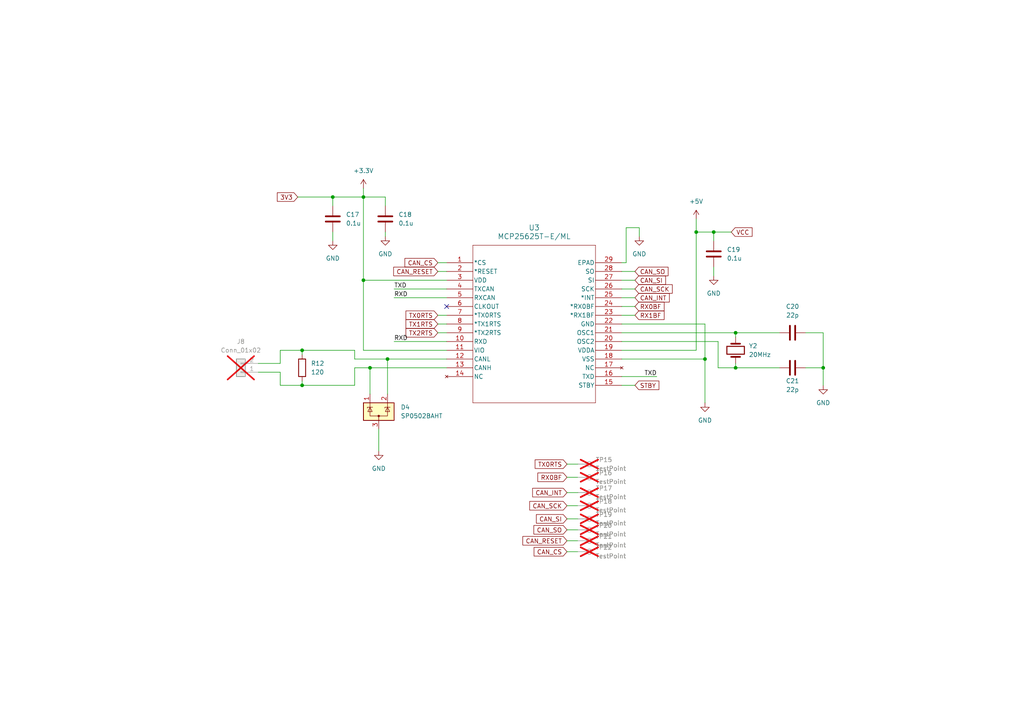
<source format=kicad_sch>
(kicad_sch (version 20231120) (generator "eeschema") (generator_version "8.0")
  (paper "A4")
  (lib_symbols
    (symbol "Connector:TestPoint" (pin_numbers hide) (pin_names (offset 0.762) hide)
      (property "Reference" "TP" (at 0 6.858 0))
      (property "Value" "TestPoint" (at 0 5.08 0))
      (symbol "TestPoint_0_1"
        (circle (center 0 3.302) (radius 0.762))
      )
      (symbol "TestPoint_1_1"
        (pin passive line (at 0 0 90) (length 2.54) (name "1") (number "1"))
      )
    )
    (symbol "Connector_Generic:Conn_01x02" (pin_names (offset 1.016) hide)
      (property "Reference" "J" (at 0 2.54 0))
      (property "Value" "Conn_01x02" (at 0 -5.08 0))
      (symbol "Conn_01x02_1_1"
        (rectangle (start -1.27 -2.413) (end 0 -2.667) (stroke (width 0.1524)))
        (rectangle (start -1.27 0.127) (end 0 -0.127) (stroke (width 0.1524)))
        (rectangle (start -1.27 1.27) (end 1.27 -3.81) (stroke (width 0.254)) (fill (type background)))
        (pin passive line (at -5.08 0 0) (length 3.81) (name "Pin_1") (number "1"))
        (pin passive line (at -5.08 -2.54 0) (length 3.81) (name "Pin_2") (number "2"))
      )
    )
    (symbol "Device:C" (pin_numbers hide) (pin_names (offset 0.254))
      (property "Reference" "C" (at 0.635 2.54 0))
      (property "Value" "C" (at 0.635 -2.54 0))
      (symbol "C_0_1"
        (polyline (pts (xy -2.032 -0.762) (xy 2.032 -0.762)) (stroke (width 0.508)))
        (polyline (pts (xy -2.032 0.762) (xy 2.032 0.762)) (stroke (width 0.508)))
      )
      (symbol "C_1_1"
        (pin passive line (at 0 3.81 270) (length 2.794) (name "~") (number "1"))
        (pin passive line (at 0 -3.81 90) (length 2.794) (name "~") (number "2"))
      )
    )
    (symbol "Device:Crystal" (pin_numbers hide) (pin_names (offset 1.016) hide)
      (property "Reference" "Y" (at 0 3.81 0))
      (property "Value" "Crystal" (at 0 -3.81 0))
      (symbol "Crystal_0_1"
        (rectangle (start -1.143 2.54) (end 1.143 -2.54) (stroke (width 0.3048)))
        (polyline (pts (xy -2.54 0) (xy -1.905 0)))
        (polyline (pts (xy -1.905 -1.27) (xy -1.905 1.27)) (stroke (width 0.508)))
        (polyline (pts (xy 1.905 -1.27) (xy 1.905 1.27)) (stroke (width 0.508)))
        (polyline (pts (xy 2.54 0) (xy 1.905 0)))
      )
      (symbol "Crystal_1_1"
        (pin passive line (at -3.81 0 0) (length 1.27) (name "1") (number "1"))
        (pin passive line (at 3.81 0 180) (length 1.27) (name "2") (number "2"))
      )
    )
    (symbol "Device:R" (pin_numbers hide) (pin_names (offset 0))
      (property "Reference" "R" (at 2.032 0 90))
      (property "Value" "R" (at 0 0 90))
      (symbol "R_0_1"
        (rectangle (start -1.016 -2.54) (end 1.016 2.54) (stroke (width 0.254)))
      )
      (symbol "R_1_1"
        (pin passive line (at 0 3.81 270) (length 1.27) (name "~") (number "1"))
        (pin passive line (at 0 -3.81 90) (length 1.27) (name "~") (number "2"))
      )
    )
    (symbol "General:MCP25625T-E_ML" (pin_names (offset 0.254))
      (property "Reference" "U" (at 25.4 10.16 0))
      (property "Value" "MCP25625T-E/ML" (at 25.4 7.62 0))
      (symbol "MCP25625T-E_ML_1_1"
        (polyline (pts (xy 7.62 -40.64) (xy 43.18 -40.64)) (stroke (width 0.127)))
        (polyline (pts (xy 7.62 5.08) (xy 7.62 -40.64)) (stroke (width 0.127)))
        (polyline (pts (xy 43.18 -40.64) (xy 43.18 5.08)) (stroke (width 0.127)))
        (polyline (pts (xy 43.18 5.08) (xy 7.62 5.08)) (stroke (width 0.127)))
        (pin input line (at 0 0 0) (length 7.62) (name "*CS") (number "1"))
        (pin output line (at 0 -22.86 0) (length 7.62) (name "RXD") (number "10"))
        (pin power_in line (at 0 -25.4 0) (length 7.62) (name "VIO") (number "11"))
        (pin bidirectional line (at 0 -27.94 0) (length 7.62) (name "CANL") (number "12"))
        (pin bidirectional line (at 0 -30.48 0) (length 7.62) (name "CANH") (number "13"))
        (pin no_connect line (at 0 -33.02 0) (length 7.62) (name "NC") (number "14"))
        (pin input line (at 50.8 -35.56 180) (length 7.62) (name "STBY") (number "15"))
        (pin input line (at 50.8 -33.02 180) (length 7.62) (name "TXD") (number "16"))
        (pin no_connect line (at 50.8 -30.48 180) (length 7.62) (name "NC") (number "17"))
        (pin power_in line (at 50.8 -27.94 180) (length 7.62) (name "VSS") (number "18"))
        (pin power_in line (at 50.8 -25.4 180) (length 7.62) (name "VDDA") (number "19"))
        (pin input line (at 0 -2.54 0) (length 7.62) (name "*RESET") (number "2"))
        (pin output line (at 50.8 -22.86 180) (length 7.62) (name "OSC2") (number "20"))
        (pin input line (at 50.8 -20.32 180) (length 7.62) (name "OSC1") (number "21"))
        (pin power_in line (at 50.8 -17.78 180) (length 7.62) (name "GND") (number "22"))
        (pin output line (at 50.8 -15.24 180) (length 7.62) (name "*RX1BF") (number "23"))
        (pin output line (at 50.8 -12.7 180) (length 7.62) (name "*RX0BF") (number "24"))
        (pin output line (at 50.8 -10.16 180) (length 7.62) (name "*INT") (number "25"))
        (pin input line (at 50.8 -7.62 180) (length 7.62) (name "SCK") (number "26"))
        (pin input line (at 50.8 -5.08 180) (length 7.62) (name "SI") (number "27"))
        (pin output line (at 50.8 -2.54 180) (length 7.62) (name "SO") (number "28"))
        (pin unspecified line (at 50.8 0 180) (length 7.62) (name "EPAD") (number "29"))
        (pin power_in line (at 0 -5.08 0) (length 7.62) (name "VDD") (number "3"))
        (pin output line (at 0 -7.62 0) (length 7.62) (name "TXCAN") (number "4"))
        (pin input line (at 0 -10.16 0) (length 7.62) (name "RXCAN") (number "5"))
        (pin output line (at 0 -12.7 0) (length 7.62) (name "CLKOUT") (number "6"))
        (pin input line (at 0 -15.24 0) (length 7.62) (name "*TX0RTS") (number "7"))
        (pin input line (at 0 -17.78 0) (length 7.62) (name "*TX1RTS") (number "8"))
        (pin input line (at 0 -20.32 0) (length 7.62) (name "*TX2RTS") (number "9"))
      )
    )
    (symbol "Power_Protection:SP0502BAHT" (pin_names hide)
      (property "Reference" "D" (at 5.715 2.54 0))
      (property "Value" "SP0502BAHT" (at 5.715 0.635 0))
      (symbol "SP0502BAHT_0_0"
        (pin passive line (at 0 -5.08 90) (length 2.54) (name "A") (number "3"))
      )
      (symbol "SP0502BAHT_0_1"
        (rectangle (start -4.445 2.54) (end 4.445 -2.54) (stroke (width 0.254)) (fill (type background)))
        (circle (center 0 -1.27) (radius 0.254) (fill (type outline)))
        (polyline (pts (xy -2.54 2.54) (xy -2.54 1.27)))
        (polyline (pts (xy 0 -1.27) (xy 0 -2.54)))
        (polyline (pts (xy 2.54 2.54) (xy 2.54 1.27)))
        (polyline (pts (xy -3.302 1.016) (xy -3.302 1.27) (xy -1.905 1.27) (xy -1.778 1.27)))
        (polyline (pts (xy -2.54 1.27) (xy -2.54 -1.27) (xy 2.54 -1.27) (xy 2.54 1.27)))
        (polyline (pts (xy -2.54 1.27) (xy -1.905 0) (xy -3.175 0) (xy -2.54 1.27)))
        (polyline (pts (xy 1.778 1.016) (xy 1.778 1.27) (xy 3.175 1.27) (xy 3.302 1.27)))
        (polyline (pts (xy 2.54 1.27) (xy 1.905 0) (xy 3.175 0) (xy 2.54 1.27)))
      )
      (symbol "SP0502BAHT_1_1"
        (pin passive line (at -2.54 5.08 270) (length 2.54) (name "K") (number "1"))
        (pin passive line (at 2.54 5.08 270) (length 2.54) (name "K") (number "2"))
      )
    )
    (symbol "power:+3.3V" (power) (pin_names (offset 0))
      (property "Value" "+3.3V" (at 0 3.556 0))
      (symbol "+3.3V_0_1"
        (polyline (pts (xy -0.762 1.27) (xy 0 2.54)))
        (polyline (pts (xy 0 0) (xy 0 2.54)))
        (polyline (pts (xy 0 2.54) (xy 0.762 1.27)))
      )
      (symbol "+3.3V_1_1"
        (pin power_in line (at 0 0 90) (length 0) hide (name "+3.3V") (number "1"))
      )
    )
    (symbol "power:+5V" (power) (pin_names (offset 0))
      (property "Value" "+5V" (at 0 3.556 0))
      (symbol "+5V_0_1"
        (polyline (pts (xy -0.762 1.27) (xy 0 2.54)))
        (polyline (pts (xy 0 0) (xy 0 2.54)))
        (polyline (pts (xy 0 2.54) (xy 0.762 1.27)))
      )
      (symbol "+5V_1_1"
        (pin power_in line (at 0 0 90) (length 0) hide (name "+5V") (number "1"))
      )
    )
    (symbol "power:GND" (power) (pin_names (offset 0))
      (property "Value" "GND" (at 0 -3.81 0))
      (symbol "GND_0_1"
        (polyline (pts (xy 0 0) (xy 0 -1.27) (xy 1.27 -1.27) (xy 0 -2.54) (xy -1.27 -1.27) (xy 0 -1.27)))
      )
      (symbol "GND_1_1"
        (pin power_in line (at 0 0 270) (length 0) hide (name "GND") (number "1"))
      )
    )
  )
  (junction (at 112.395 104.14))
  (junction (at 105.41 57.15))
  (junction (at 107.315 106.68))
  (junction (at 201.93 67.31))
  (junction (at 207.01 67.31))
  (junction (at 87.63 111.76))
  (junction (at 96.52 57.15))
  (junction (at 204.47 104.14))
  (junction (at 213.36 106.68))
  (junction (at 213.36 96.52))
  (junction (at 105.41 81.28))
  (junction (at 87.63 101.6))
  (junction (at 238.76 106.68))
  (no_connect (at 129.54 88.9))
  (wire (pts (xy 213.36 96.52) (xy 213.36 97.79)))
  (wire (pts (xy 207.01 77.47) (xy 207.01 80.01)))
  (wire (pts (xy 105.41 81.28) (xy 129.54 81.28)))
  (wire (pts (xy 96.52 59.69) (xy 96.52 57.15)))
  (wire (pts (xy 81.28 107.95) (xy 81.28 111.76)))
  (wire (pts (xy 208.28 99.06) (xy 208.28 106.68)))
  (wire (pts (xy 114.3 86.36) (xy 129.54 86.36)))
  (wire (pts (xy 81.28 105.41) (xy 81.28 101.6)))
  (wire (pts (xy 164.465 153.67) (xy 167.64 153.67)))
  (wire (pts (xy 181.61 76.2) (xy 181.61 66.04)))
  (wire (pts (xy 201.93 63.5) (xy 201.93 67.31)))
  (wire (pts (xy 180.34 96.52) (xy 213.36 96.52)))
  (wire (pts (xy 180.34 76.2) (xy 181.61 76.2)))
  (wire (pts (xy 111.76 67.31) (xy 111.76 68.58)))
  (wire (pts (xy 204.47 104.14) (xy 204.47 116.84)))
  (wire (pts (xy 102.87 111.76) (xy 102.87 106.68)))
  (wire (pts (xy 213.36 105.41) (xy 213.36 106.68)))
  (wire (pts (xy 180.34 81.28) (xy 184.15 81.28)))
  (wire (pts (xy 102.87 104.14) (xy 112.395 104.14)))
  (wire (pts (xy 87.63 111.76) (xy 102.87 111.76)))
  (wire (pts (xy 96.52 67.31) (xy 96.52 69.85)))
  (wire (pts (xy 181.61 66.04) (xy 185.42 66.04)))
  (wire (pts (xy 233.68 106.68) (xy 238.76 106.68)))
  (wire (pts (xy 164.465 134.62) (xy 167.64 134.62)))
  (wire (pts (xy 114.3 99.06) (xy 129.54 99.06)))
  (wire (pts (xy 164.465 142.875) (xy 167.64 142.875)))
  (wire (pts (xy 204.47 93.98) (xy 204.47 104.14)))
  (wire (pts (xy 81.28 101.6) (xy 87.63 101.6)))
  (wire (pts (xy 87.63 110.49) (xy 87.63 111.76)))
  (wire (pts (xy 74.93 105.41) (xy 81.28 105.41)))
  (wire (pts (xy 164.465 146.685) (xy 167.64 146.685)))
  (wire (pts (xy 81.28 111.76) (xy 87.63 111.76)))
  (wire (pts (xy 127 93.98) (xy 129.54 93.98)))
  (wire (pts (xy 180.34 109.22) (xy 190.5 109.22)))
  (wire (pts (xy 105.41 57.15) (xy 111.76 57.15)))
  (wire (pts (xy 238.76 106.68) (xy 238.76 111.76)))
  (wire (pts (xy 164.465 156.845) (xy 167.64 156.845)))
  (wire (pts (xy 107.315 106.68) (xy 107.315 114.3)))
  (wire (pts (xy 185.42 66.04) (xy 185.42 68.58)))
  (wire (pts (xy 180.34 93.98) (xy 204.47 93.98)))
  (wire (pts (xy 127 91.44) (xy 129.54 91.44)))
  (wire (pts (xy 233.68 96.52) (xy 238.76 96.52)))
  (wire (pts (xy 164.465 138.43) (xy 167.64 138.43)))
  (wire (pts (xy 207.01 69.85) (xy 207.01 67.31)))
  (wire (pts (xy 213.36 96.52) (xy 226.06 96.52)))
  (wire (pts (xy 207.01 67.31) (xy 212.09 67.31)))
  (wire (pts (xy 105.41 57.15) (xy 105.41 81.28)))
  (wire (pts (xy 74.93 107.95) (xy 81.28 107.95)))
  (wire (pts (xy 207.01 67.31) (xy 201.93 67.31)))
  (wire (pts (xy 87.63 101.6) (xy 102.87 101.6)))
  (wire (pts (xy 129.54 101.6) (xy 105.41 101.6)))
  (wire (pts (xy 208.28 106.68) (xy 213.36 106.68)))
  (wire (pts (xy 127 96.52) (xy 129.54 96.52)))
  (wire (pts (xy 180.34 104.14) (xy 204.47 104.14)))
  (wire (pts (xy 105.41 57.15) (xy 105.41 54.61)))
  (wire (pts (xy 164.465 150.495) (xy 167.64 150.495)))
  (wire (pts (xy 238.76 96.52) (xy 238.76 106.68)))
  (wire (pts (xy 102.87 106.68) (xy 107.315 106.68)))
  (wire (pts (xy 87.63 101.6) (xy 87.63 102.87)))
  (wire (pts (xy 112.395 104.14) (xy 112.395 114.3)))
  (wire (pts (xy 213.36 106.68) (xy 226.06 106.68)))
  (wire (pts (xy 180.34 83.82) (xy 184.15 83.82)))
  (wire (pts (xy 180.34 91.44) (xy 184.15 91.44)))
  (wire (pts (xy 180.34 99.06) (xy 208.28 99.06)))
  (wire (pts (xy 201.93 67.31) (xy 201.93 101.6)))
  (wire (pts (xy 107.315 106.68) (xy 129.54 106.68)))
  (wire (pts (xy 102.87 101.6) (xy 102.87 104.14)))
  (wire (pts (xy 111.76 59.69) (xy 111.76 57.15)))
  (wire (pts (xy 127 78.74) (xy 129.54 78.74)))
  (wire (pts (xy 180.34 88.9) (xy 184.15 88.9)))
  (wire (pts (xy 109.855 124.46) (xy 109.855 130.81)))
  (wire (pts (xy 105.41 81.28) (xy 105.41 101.6)))
  (wire (pts (xy 180.34 101.6) (xy 201.93 101.6)))
  (wire (pts (xy 114.3 83.82) (xy 129.54 83.82)))
  (wire (pts (xy 180.34 111.76) (xy 184.15 111.76)))
  (wire (pts (xy 127 76.2) (xy 129.54 76.2)))
  (wire (pts (xy 164.465 160.02) (xy 167.64 160.02)))
  (wire (pts (xy 96.52 57.15) (xy 105.41 57.15)))
  (wire (pts (xy 86.36 57.15) (xy 96.52 57.15)))
  (wire (pts (xy 180.34 78.74) (xy 184.15 78.74)))
  (wire (pts (xy 180.34 86.36) (xy 184.15 86.36)))
  (wire (pts (xy 112.395 104.14) (xy 129.54 104.14)))
  (label "TXD" (at 190.5 109.22 180))
  (label "TXD" (at 114.3 83.82 0))
  (label "RXD" (at 114.3 99.06 0))
  (label "RXD" (at 114.3 86.36 0))
  (global_label "TX1RTS" (shape input) (at 127 93.98 180) (property "Intersheetrefs" "${INTERSHEET_REFS}" (effects (hide yes))))
  (global_label "VCC" (shape input) (at 212.09 67.31 0) (property "Intersheetrefs" "${INTERSHEET_REFS}" (effects (hide yes))))
  (global_label "CAN_RESET" (shape input) (at 164.465 156.845 180) (property "Intersheetrefs" "${INTERSHEET_REFS}" (effects (hide yes))))
  (global_label "CAN_SO" (shape input) (at 164.465 153.67 180) (property "Intersheetrefs" "${INTERSHEET_REFS}" (effects (hide yes))))
  (global_label "RX0BF" (shape input) (at 184.15 88.9 0) (property "Intersheetrefs" "${INTERSHEET_REFS}" (effects (hide yes))))
  (global_label "CAN_SI" (shape input) (at 184.15 81.28 0) (property "Intersheetrefs" "${INTERSHEET_REFS}" (effects (hide yes))))
  (global_label "CAN_RESET" (shape input) (at 127 78.74 180) (property "Intersheetrefs" "${INTERSHEET_REFS}" (effects (hide yes))))
  (global_label "CAN_INT" (shape input) (at 164.465 142.875 180) (property "Intersheetrefs" "${INTERSHEET_REFS}" (effects (hide yes))))
  (global_label "CAN_SCK" (shape input) (at 184.15 83.82 0) (property "Intersheetrefs" "${INTERSHEET_REFS}" (effects (hide yes))))
  (global_label "CAN_CS" (shape input) (at 127 76.2 180) (property "Intersheetrefs" "${INTERSHEET_REFS}" (effects (hide yes))))
  (global_label "TX0RTS" (shape input) (at 164.465 134.62 180) (property "Intersheetrefs" "${INTERSHEET_REFS}" (effects (hide yes))))
  (global_label "RX0BF" (shape input) (at 164.465 138.43 180) (property "Intersheetrefs" "${INTERSHEET_REFS}" (effects (hide yes))))
  (global_label "TX2RTS" (shape input) (at 127 96.52 180) (property "Intersheetrefs" "${INTERSHEET_REFS}" (effects (hide yes))))
  (global_label "STBY" (shape input) (at 184.15 111.76 0) (property "Intersheetrefs" "${INTERSHEET_REFS}" (effects (hide yes))))
  (global_label "CAN_CS" (shape input) (at 164.465 160.02 180) (property "Intersheetrefs" "${INTERSHEET_REFS}" (effects (hide yes))))
  (global_label "CAN_SI" (shape input) (at 164.465 150.495 180) (property "Intersheetrefs" "${INTERSHEET_REFS}" (effects (hide yes))))
  (global_label "TX0RTS" (shape input) (at 127 91.44 180) (property "Intersheetrefs" "${INTERSHEET_REFS}" (effects (hide yes))))
  (global_label "CAN_SO" (shape input) (at 184.15 78.74 0) (property "Intersheetrefs" "${INTERSHEET_REFS}" (effects (hide yes))))
  (global_label "CAN_SCK" (shape input) (at 164.465 146.685 180) (property "Intersheetrefs" "${INTERSHEET_REFS}" (effects (hide yes))))
  (global_label "CAN_INT" (shape input) (at 184.15 86.36 0) (property "Intersheetrefs" "${INTERSHEET_REFS}" (effects (hide yes))))
  (global_label "RX1BF" (shape input) (at 184.15 91.44 0) (property "Intersheetrefs" "${INTERSHEET_REFS}" (effects (hide yes))))
  (global_label "3V3" (shape input) (at 86.36 57.15 180) (property "Intersheetrefs" "${INTERSHEET_REFS}" (effects (hide yes))))
  (symbol (lib_id "Connector:TestPoint") (at 167.64 138.43 270) (unit 1) (dnp yes)
    (property "Reference" "TP16" (at 172.72 137.16 90) (effects (justify left)))
    (property "Value" "TestPoint" (at 172.72 139.7 90) (effects (justify left)))
    (property "Footprint" "TestPoint:TestPoint_Pad_D1.0mm" (effects (hide yes)))
  )
  (symbol (lib_id "power:+3.3V") (at 105.41 54.61 0) (unit 1)
    (property "Reference" "#PWR023" (effects (hide yes)))
    (property "Value" "+3.3V" (at 105.41 49.53 0))
  )
  (symbol (lib_id "power:GND") (at 96.52 69.85 0) (unit 1)
    (property "Reference" "#PWR022" (effects (hide yes)))
    (property "Value" "GND" (at 96.52 74.93 0))
  )
  (symbol (lib_id "Connector:TestPoint") (at 167.64 153.67 270) (unit 1) (dnp yes)
    (property "Reference" "TP20" (at 172.72 152.4 90) (effects (justify left)))
    (property "Value" "TestPoint" (at 172.72 154.94 90) (effects (justify left)))
    (property "Footprint" "TestPoint:TestPoint_Pad_D1.0mm" (effects (hide yes)))
  )
  (symbol (lib_id "Device:C") (at 207.01 73.66 0) (unit 1)
    (property "Reference" "C19" (at 210.82 72.39 0) (effects (justify left)))
    (property "Value" "0.1u" (at 210.82 74.93 0) (effects (justify left)))
    (property "Footprint" "Capacitor_SMD:C_0402_1005Metric" (effects (hide yes)))
    (property "JLCPCB" "C2655418 " (effects (hide yes)))
  )
  (symbol (lib_id "Connector_Generic:Conn_01x02") (at 69.85 107.95 180) (unit 1) (dnp yes)
    (property "Reference" "J8" (at 69.85 99.06 0))
    (property "Value" "Conn_01x02" (at 69.85 101.6 0))
    (property "Footprint" "Connector_Phoenix_MSTB:PhoenixContact_MSTBVA_2,5_2-G_1x02_P5.00mm_Vertical" (effects (hide yes)))
  )
  (symbol (lib_id "Connector:TestPoint") (at 167.64 146.685 270) (unit 1) (dnp yes)
    (property "Reference" "TP18" (at 172.72 145.415 90) (effects (justify left)))
    (property "Value" "TestPoint" (at 172.72 147.955 90) (effects (justify left)))
    (property "Footprint" "TestPoint:TestPoint_Pad_D1.0mm" (effects (hide yes)))
  )
  (symbol (lib_id "Connector:TestPoint") (at 167.64 160.02 270) (unit 1) (dnp yes)
    (property "Reference" "TP22" (at 172.72 158.75 90) (effects (justify left)))
    (property "Value" "TestPoint" (at 172.72 161.29 90) (effects (justify left)))
    (property "Footprint" "TestPoint:TestPoint_Pad_D1.0mm" (effects (hide yes)))
  )
  (symbol (lib_id "Device:C") (at 229.87 96.52 90) (unit 1)
    (property "Reference" "C20" (at 229.87 88.9 90))
    (property "Value" "22p" (at 229.87 91.44 90))
    (property "Footprint" "Capacitor_SMD:C_0402_1005Metric" (effects (hide yes)))
  )
  (symbol (lib_id "power:GND") (at 238.76 111.76 0) (unit 1)
    (property "Reference" "#PWR029" (effects (hide yes)))
    (property "Value" "GND" (at 238.76 116.84 0))
  )
  (symbol (lib_id "power:GND") (at 109.855 130.81 0) (unit 1)
    (property "Reference" "#PWR051" (effects (hide yes)))
    (property "Value" "GND" (at 109.855 135.89 0))
  )
  (symbol (lib_id "Connector:TestPoint") (at 167.64 156.845 270) (unit 1) (dnp yes)
    (property "Reference" "TP21" (at 172.72 155.575 90) (effects (justify left)))
    (property "Value" "TestPoint" (at 172.72 158.115 90) (effects (justify left)))
    (property "Footprint" "TestPoint:TestPoint_Pad_D1.0mm" (effects (hide yes)))
  )
  (symbol (lib_id "Device:C") (at 96.52 63.5 0) (unit 1)
    (property "Reference" "C17" (at 100.33 62.23 0) (effects (justify left)))
    (property "Value" "0.1u" (at 100.33 64.77 0) (effects (justify left)))
    (property "Footprint" "Capacitor_SMD:C_0402_1005Metric" (effects (hide yes)))
    (property "JLCPCB" "C2655418 " (effects (hide yes)))
  )
  (symbol (lib_id "Device:C") (at 229.87 106.68 90) (unit 1)
    (property "Reference" "C21" (at 229.87 110.49 90))
    (property "Value" "22p" (at 229.87 113.03 90))
    (property "Footprint" "Capacitor_SMD:C_0402_1005Metric" (effects (hide yes)))
  )
  (symbol (lib_id "Device:R") (at 87.63 106.68 0) (unit 1)
    (property "Reference" "R12" (at 90.17 105.41 0) (effects (justify left)))
    (property "Value" "120" (at 90.17 107.95 0) (effects (justify left)))
    (property "Footprint" "Resistor_SMD:R_0402_1005Metric" (effects (hide yes)))
  )
  (symbol (lib_id "power:GND") (at 204.47 116.84 0) (unit 1)
    (property "Reference" "#PWR027" (effects (hide yes)))
    (property "Value" "GND" (at 204.47 121.92 0))
  )
  (symbol (lib_id "Device:Crystal") (at 213.36 101.6 270) (unit 1)
    (property "Reference" "Y2" (at 217.17 100.33 90) (effects (justify left)))
    (property "Value" "20MHz" (at 217.17 102.87 90) (effects (justify left)))
    (property "Footprint" "Crystal:Crystal_SMD_3225-4Pin_3.2x2.5mm" (effects (hide yes)))
    (property "JLCPCB" "C2901674" (effects (hide yes)))
  )
  (symbol (lib_id "General:MCP25625T-E_ML") (at 129.54 76.2 0) (unit 1)
    (property "Reference" "U3" (at 154.94 66.04 0) (effects (font (size 1.524 1.524))))
    (property "Value" "MCP25625T-E/ML" (at 154.94 68.58 0) (effects (font (size 1.524 1.524))))
    (property "Footprint" "Package_DFN_QFN:QFN-28-1EP_6x6mm_P0.65mm_EP4.25x4.25mm" (effects (hide yes)))
    (property "Datasheet" "MCP25625T-E/ML" (effects (hide yes)))
    (property "JLCPCB" "C191253" (effects (hide yes)))
  )
  (symbol (lib_id "Power_Protection:SP0502BAHT") (at 109.855 119.38 0) (unit 1)
    (property "Reference" "D4" (at 116.205 118.11 0) (effects (justify left)))
    (property "Value" "SP0502BAHT" (at 116.205 120.65 0) (effects (justify left)))
    (property "Footprint" "Package_TO_SOT_SMD:SOT-23" (effects (hide yes)))
    (property "Datasheet" "http://www.littelfuse.com/~/media/files/littelfuse/technical%20resources/documents/data%20sheets/sp05xxba.pdf" (effects (hide yes)))
    (property "JLCPCB" "C207261" (effects (hide yes)))
  )
  (symbol (lib_id "Connector:TestPoint") (at 167.64 134.62 270) (unit 1) (dnp yes)
    (property "Reference" "TP15" (at 172.72 133.35 90) (effects (justify left)))
    (property "Value" "TestPoint" (at 172.72 135.89 90) (effects (justify left)))
    (property "Footprint" "TestPoint:TestPoint_Pad_D1.0mm" (effects (hide yes)))
  )
  (symbol (lib_id "power:+5V") (at 201.93 63.5 0) (unit 1)
    (property "Reference" "#PWR026" (effects (hide yes)))
    (property "Value" "+5V" (at 201.93 58.42 0))
  )
  (symbol (lib_id "Device:C") (at 111.76 63.5 0) (unit 1)
    (property "Reference" "C18" (at 115.57 62.23 0) (effects (justify left)))
    (property "Value" "0.1u" (at 115.57 64.77 0) (effects (justify left)))
    (property "Footprint" "Capacitor_SMD:C_0402_1005Metric" (effects (hide yes)))
    (property "JLCPCB" "C2655418 " (effects (hide yes)))
  )
  (symbol (lib_id "power:GND") (at 185.42 68.58 0) (unit 1)
    (property "Reference" "#PWR025" (effects (hide yes)))
    (property "Value" "GND" (at 185.42 73.66 0))
  )
  (symbol (lib_id "Connector:TestPoint") (at 167.64 150.495 270) (unit 1) (dnp yes)
    (property "Reference" "TP19" (at 172.72 149.225 90) (effects (justify left)))
    (property "Value" "TestPoint" (at 172.72 151.765 90) (effects (justify left)))
    (property "Footprint" "TestPoint:TestPoint_Pad_D1.0mm" (effects (hide yes)))
  )
  (symbol (lib_id "Connector:TestPoint") (at 167.64 142.875 270) (unit 1) (dnp yes)
    (property "Reference" "TP17" (at 172.72 141.605 90) (effects (justify left)))
    (property "Value" "TestPoint" (at 172.72 144.145 90) (effects (justify left)))
    (property "Footprint" "TestPoint:TestPoint_Pad_D1.0mm" (effects (hide yes)))
  )
  (symbol (lib_id "power:GND") (at 111.76 68.58 0) (unit 1)
    (property "Reference" "#PWR024" (effects (hide yes)))
    (property "Value" "GND" (at 111.76 73.66 0))
  )
  (symbol (lib_id "power:GND") (at 207.01 80.01 0) (unit 1)
    (property "Reference" "#PWR028" (effects (hide yes)))
    (property "Value" "GND" (at 207.01 85.09 0))
  )
)
</source>
